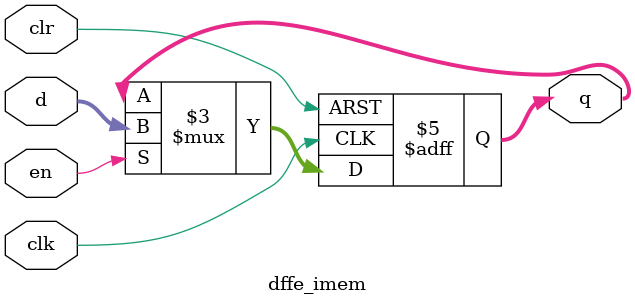
<source format=v>
module dffe_ref(q, d, clk, en, clr);
   
   //Inputs
   input [31:0]d;
	input clk, en, clr;
   
   //Internal wire
   wire clr;

   //Output
   output [31:0] q;
   
   //Register
   reg [31:0] q;

   //Intialize q to 0
   initial
   begin
       q = 32'b0;
   end

   //Set value of q on positive edge of the clock or clear
   always @(posedge clk or posedge clr) begin
       //If clear is high, set q to 0
       if (clr) begin
			q <= 32'b0;
       //If enable is high, set q to the value of d
       end else if (en) begin
			q <= d;
       end
   end
endmodule


// dffe for imem address (pc)
module dffe_imem(q, d, clk, en, clr);
   
   //Inputs
   input [31:0]d;
	input clk, en, clr;
   
   //Internal wire
   wire clr;

   //Output
   output [31:0] q;
   
   //Register
   reg [31:0] q;

   //Intialize q to 0
   initial
   begin
       q = 32'b0;
   end

   //Set value of q on positive edge of the clock or clear
   always @(posedge clk or posedge clr) begin
       //If clear is high, set q to 0
       if (clr) begin
			q <= 32'b0;
       //If enable is high, set q to the value of d
       end else if (en) begin
			q <= d;
       end
   end
endmodule

// dffe for dmem address
//module dffe_dmem(q, d, clk, en, clr);
//   
//   //Inputs
//   input [31:0]d;
//	input clk, en, clr;
//   
//   //Internal wire
//   wire clr;
//
//   //Output
//   output [31:0] q;
//   
//   //Register
//   reg [31:0] q;
//
//   //Intialize q to 0
//   initial
//   begin
//       q = 32'b0;
//   end
//
//   //Set value of q on positive edge of the clock or clear
//   always @(posedge clk or posedge clr) begin
//       //If clear is high, set q to 0
//       if (clr) begin
//			q <= 32'hfff;
//       //If enable is high, set q to the value of d
//       end else if (en) begin
//			q <= d;
//       end
//   end
//endmodule
</source>
